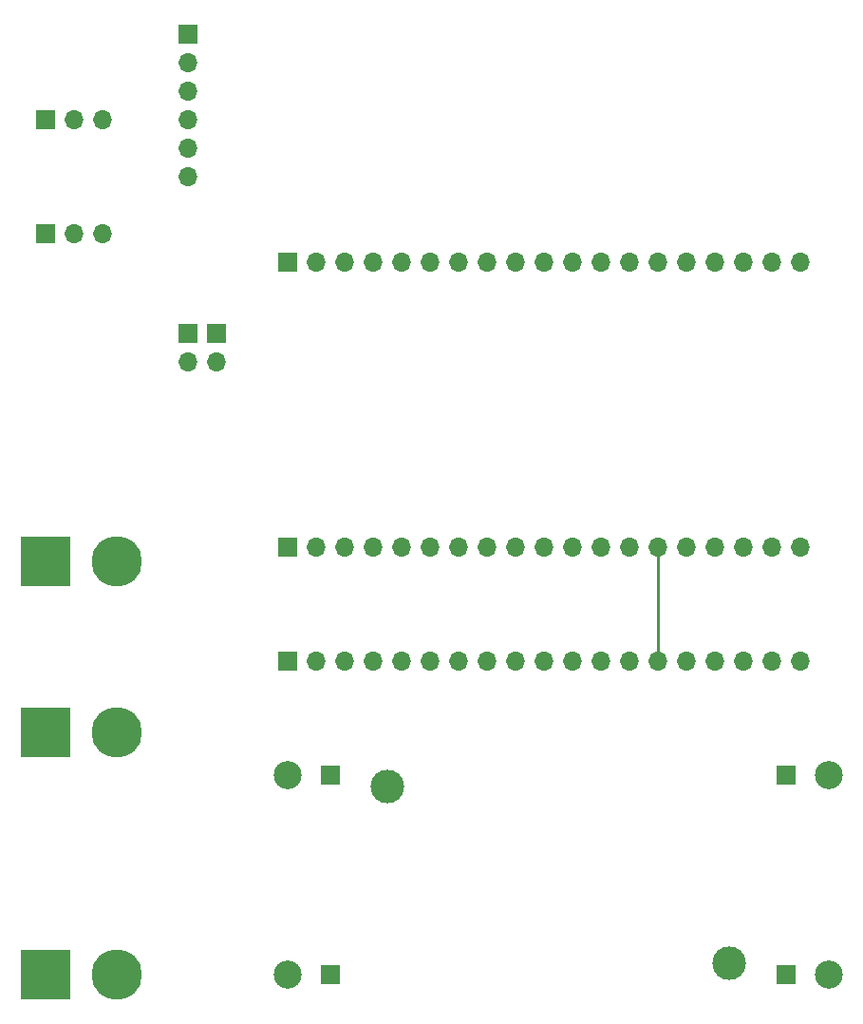
<source format=gbr>
%TF.GenerationSoftware,KiCad,Pcbnew,5.1.9+dfsg1-1~bpo10+1*%
%TF.CreationDate,2025-10-28T22:16:13+01:00*%
%TF.ProjectId,project-f,70726f6a-6563-4742-9d66-2e6b69636164,rev?*%
%TF.SameCoordinates,Original*%
%TF.FileFunction,Copper,L1,Top*%
%TF.FilePolarity,Positive*%
%FSLAX46Y46*%
G04 Gerber Fmt 4.6, Leading zero omitted, Abs format (unit mm)*
G04 Created by KiCad (PCBNEW 5.1.9+dfsg1-1~bpo10+1) date 2025-10-28 22:16:13*
%MOMM*%
%LPD*%
G01*
G04 APERTURE LIST*
%TA.AperFunction,ComponentPad*%
%ADD10R,1.700000X1.700000*%
%TD*%
%TA.AperFunction,ComponentPad*%
%ADD11O,1.700000X1.700000*%
%TD*%
%TA.AperFunction,ComponentPad*%
%ADD12C,2.499360*%
%TD*%
%TA.AperFunction,ComponentPad*%
%ADD13C,3.000000*%
%TD*%
%TA.AperFunction,ComponentPad*%
%ADD14C,4.500880*%
%TD*%
%TA.AperFunction,ComponentPad*%
%ADD15R,4.500880X4.500880*%
%TD*%
%TA.AperFunction,Conductor*%
%ADD16C,0.250000*%
%TD*%
G04 APERTURE END LIST*
D10*
%TO.P,REF\u002A\u002A,1*%
%TO.N,/Sensor_signal*%
X44450000Y-54610000D03*
D11*
%TO.P,REF\u002A\u002A,2*%
X44450000Y-57150000D03*
%TD*%
%TO.P,REF\u002A\u002A,2*%
%TO.N,/ESC_PWM*%
X41910000Y-57150000D03*
D10*
%TO.P,REF\u002A\u002A,1*%
X41910000Y-54610000D03*
%TD*%
D11*
%TO.P,REF\u002A\u002A,6*%
%TO.N,/ESC_PWM*%
X41910000Y-40640000D03*
%TO.P,REF\u002A\u002A,5*%
%TO.N,/Sensor_signal*%
X41910000Y-38100000D03*
%TO.P,REF\u002A\u002A,4*%
%TO.N,/Debug1*%
X41910000Y-35560000D03*
%TO.P,REF\u002A\u002A,3*%
%TO.N,/Debug2*%
X41910000Y-33020000D03*
%TO.P,REF\u002A\u002A,2*%
%TO.N,+5V*%
X41910000Y-30480000D03*
D10*
%TO.P,REF\u002A\u002A,1*%
%TO.N,GND*%
X41910000Y-27940000D03*
%TD*%
D12*
%TO.P,REF\u002A\u002A,1*%
%TO.N,+5V*%
X99060000Y-93980000D03*
%TD*%
%TO.P,REF\u002A\u002A,1*%
%TO.N,GND*%
X99060000Y-111760000D03*
%TD*%
%TO.P,REF\u002A\u002A,1*%
%TO.N,GNDPWR*%
X50800000Y-111760000D03*
%TD*%
%TO.P,REF\u002A\u002A,1*%
%TO.N,+VDC*%
X50800000Y-93980000D03*
%TD*%
D11*
%TO.P,REF\u002A\u002A,19*%
%TO.N,+5V*%
X96520000Y-83820000D03*
%TO.P,REF\u002A\u002A,18*%
%TO.N,N/C*%
X93980000Y-83820000D03*
%TO.P,REF\u002A\u002A,17*%
X91440000Y-83820000D03*
%TO.P,REF\u002A\u002A,16*%
X88900000Y-83820000D03*
%TO.P,REF\u002A\u002A,15*%
X86360000Y-83820000D03*
%TO.P,REF\u002A\u002A,14*%
%TO.N,GND*%
X83820000Y-83820000D03*
%TO.P,REF\u002A\u002A,13*%
%TO.N,N/C*%
X81280000Y-83820000D03*
%TO.P,REF\u002A\u002A,12*%
X78740000Y-83820000D03*
%TO.P,REF\u002A\u002A,11*%
X76200000Y-83820000D03*
%TO.P,REF\u002A\u002A,10*%
X73660000Y-83820000D03*
%TO.P,REF\u002A\u002A,9*%
X71120000Y-83820000D03*
%TO.P,REF\u002A\u002A,8*%
X68580000Y-83820000D03*
%TO.P,REF\u002A\u002A,7*%
X66040000Y-83820000D03*
%TO.P,REF\u002A\u002A,6*%
X63500000Y-83820000D03*
%TO.P,REF\u002A\u002A,5*%
X60960000Y-83820000D03*
%TO.P,REF\u002A\u002A,4*%
X58420000Y-83820000D03*
%TO.P,REF\u002A\u002A,3*%
X55880000Y-83820000D03*
%TO.P,REF\u002A\u002A,2*%
X53340000Y-83820000D03*
D10*
%TO.P,REF\u002A\u002A,1*%
X50800000Y-83820000D03*
%TD*%
D13*
%TO.P,U1,5*%
%TO.N,Net-(U1-Pad5)*%
X90170000Y-110744000D03*
X59690000Y-94996000D03*
D10*
%TO.P,U1,2*%
%TO.N,GND*%
X95250000Y-111760000D03*
%TO.P,U1,4*%
%TO.N,+5V*%
X95250000Y-93980000D03*
%TO.P,U1,1*%
%TO.N,+VDC*%
X54610000Y-93980000D03*
%TO.P,U1,3*%
%TO.N,GNDPWR*%
X54610000Y-111760000D03*
%TD*%
D14*
%TO.P,J1_VCC1,2*%
%TO.N,+VDC*%
X35560000Y-111760000D03*
D15*
%TO.P,J1_VCC1,1*%
%TO.N,GNDPWR*%
X29210000Y-111760000D03*
%TD*%
D11*
%TO.P,U2,31*%
%TO.N,N/C*%
X68580000Y-48260000D03*
%TO.P,U2,33*%
X63500000Y-48260000D03*
%TO.P,U2,32*%
X66040000Y-48260000D03*
%TO.P,U2,35*%
X58420000Y-48260000D03*
%TO.P,U2,24*%
X86360000Y-48260000D03*
%TO.P,U2,22*%
X91440000Y-48260000D03*
%TO.P,U2,28*%
X76200000Y-48260000D03*
%TO.P,U2,25*%
X83820000Y-48260000D03*
%TO.P,U2,36*%
X55880000Y-48260000D03*
%TO.P,U2,27*%
X78740000Y-48260000D03*
%TO.P,U2,29*%
X73660000Y-48260000D03*
%TO.P,U2,30*%
X71120000Y-48260000D03*
%TO.P,U2,37*%
X53340000Y-48260000D03*
%TO.P,U2,21*%
X93980000Y-48260000D03*
%TO.P,U2,20*%
X96520000Y-48260000D03*
%TO.P,U2,23*%
X88900000Y-48260000D03*
%TO.P,U2,26*%
X81280000Y-48260000D03*
D10*
%TO.P,U2,38*%
%TO.N,GND*%
X50800000Y-48260000D03*
D11*
%TO.P,U2,34*%
%TO.N,N/C*%
X60960000Y-48260000D03*
%TO.P,U2,9*%
%TO.N,/Sensor_signal*%
X68580000Y-73660000D03*
%TO.P,U2,6*%
%TO.N,N/C*%
X63500000Y-73660000D03*
%TO.P,U2,8*%
%TO.N,/ESC_PWM*%
X66040000Y-73660000D03*
%TO.P,U2,4*%
%TO.N,N/C*%
X58420000Y-73660000D03*
%TO.P,U2,15*%
%TO.N,GND*%
X86360000Y-73660000D03*
%TO.P,U2,17*%
%TO.N,N/C*%
X91440000Y-73660000D03*
%TO.P,U2,11*%
X76200000Y-73660000D03*
%TO.P,U2,1*%
%TO.N,GND*%
X83820000Y-73660000D03*
%TO.P,U2,3*%
%TO.N,N/C*%
X55880000Y-73660000D03*
%TO.P,U2,12*%
X78740000Y-73660000D03*
%TO.P,U2,10*%
%TO.N,/Debug2*%
X73660000Y-73660000D03*
%TO.P,U2,7*%
%TO.N,/Debug1*%
X71120000Y-73660000D03*
%TO.P,U2,19*%
%TO.N,N/C*%
X53340000Y-73660000D03*
%TO.P,U2,18*%
X93980000Y-73660000D03*
%TO.P,U2,2*%
%TO.N,+5V*%
X96520000Y-73660000D03*
%TO.P,U2,16*%
%TO.N,N/C*%
X88900000Y-73660000D03*
%TO.P,U2,13*%
X81280000Y-73660000D03*
D10*
%TO.P,U2,14*%
X50800000Y-73660000D03*
D11*
%TO.P,U2,5*%
X60960000Y-73660000D03*
%TD*%
%TO.P,J5_SENSOR1,3*%
%TO.N,/Sensor_signal*%
X34290000Y-35560000D03*
%TO.P,J5_SENSOR1,2*%
%TO.N,+5V*%
X31750000Y-35560000D03*
D10*
%TO.P,J5_SENSOR1,1*%
%TO.N,GND*%
X29210000Y-35560000D03*
%TD*%
D11*
%TO.P,J4_ESC_CONTROL1,3*%
%TO.N,/ESC_PWM*%
X34290000Y-45720000D03*
%TO.P,J4_ESC_CONTROL1,2*%
%TO.N,+5V*%
X31750000Y-45720000D03*
D10*
%TO.P,J4_ESC_CONTROL1,1*%
%TO.N,GND*%
X29210000Y-45720000D03*
%TD*%
D14*
%TO.P,J3_ESC_POWER1,2*%
%TO.N,+VDC*%
X35560000Y-90170000D03*
D15*
%TO.P,J3_ESC_POWER1,1*%
%TO.N,GNDPWR*%
X29210000Y-90170000D03*
%TD*%
D14*
%TO.P,J2_5V1,2*%
%TO.N,+5V*%
X35560000Y-74930000D03*
D15*
%TO.P,J2_5V1,1*%
%TO.N,GND*%
X29210000Y-74930000D03*
%TD*%
D16*
%TO.N,GND*%
X83820000Y-73660000D02*
X83820000Y-83820000D01*
%TO.N,GNDPWR*%
X29210000Y-111887000D02*
X29210000Y-111760000D01*
%TD*%
M02*

</source>
